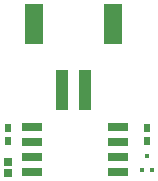
<source format=gtp>
G04*
G04 #@! TF.GenerationSoftware,Altium Limited,Altium Designer,21.8.1 (53)*
G04*
G04 Layer_Color=8421504*
%FSLAX25Y25*%
%MOIN*%
G70*
G04*
G04 #@! TF.SameCoordinates,FF865A40-9ECA-49BB-A520-BFC7B97F7BDB*
G04*
G04*
G04 #@! TF.FilePolarity,Positive*
G04*
G01*
G75*
%ADD13R,0.01575X0.01831*%
%ADD14R,0.06890X0.02559*%
%ADD15R,0.03937X0.13780*%
%ADD16R,0.05906X0.13386*%
%ADD17R,0.02362X0.02756*%
%ADD18R,0.02520X0.02559*%
D13*
X78925Y145012D02*
D03*
X82075D02*
D03*
X80500Y149988D02*
D03*
D14*
X70772Y144500D02*
D03*
Y149500D02*
D03*
Y154500D02*
D03*
Y159500D02*
D03*
X42228D02*
D03*
Y154500D02*
D03*
Y149500D02*
D03*
Y144500D02*
D03*
D15*
X59921Y172000D02*
D03*
X52047D02*
D03*
D16*
X69173Y193850D02*
D03*
X42795D02*
D03*
D17*
X80500Y159165D02*
D03*
Y154835D02*
D03*
X34000Y159165D02*
D03*
Y154835D02*
D03*
D18*
Y144228D02*
D03*
Y147772D02*
D03*
M02*

</source>
